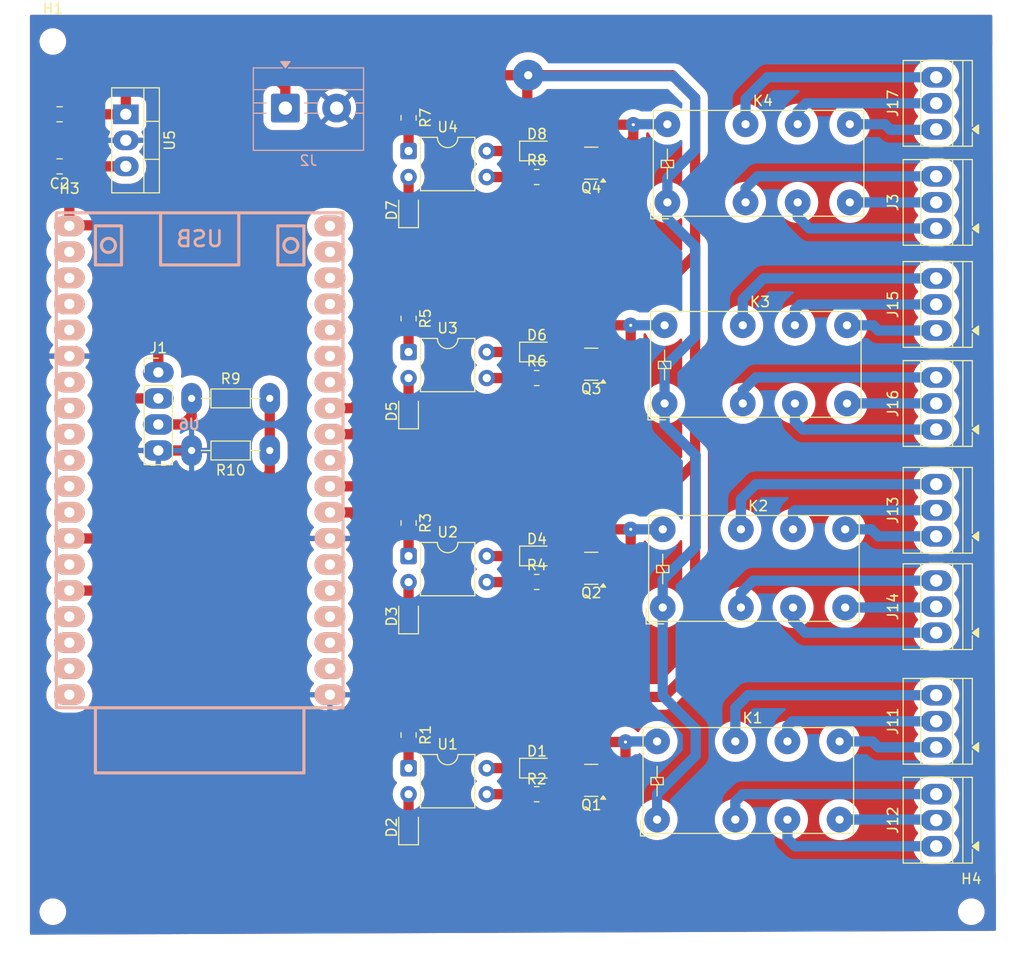
<source format=kicad_pcb>
(kicad_pcb (version 20241229) (generator "pcbnew") (generator_version "9.0")
  (layers (0 "F.Cu" signal) (2 "B.Cu" signal) (13 "F.Paste" user) (15 "B.Paste" user) (5 "F.SilkS" user "F.Silkscreen") (7 "B.SilkS" user "B.Silkscreen") (1 "F.Mask" user) (3 "B.Mask" user) (25 "Edge.Cuts" user))
  (net 0 "")
  (net 1 "Net-(D1-A)")
  (net 2 "Net-(D2-A)")
  (net 3 "GND")
  (net 4 "Net-(D3-A)")
  (net 5 "Net-(D4-A)")
  (net 6 "Net-(D5-A)")
  (net 7 "Net-(D6-A)")
  (net 8 "Net-(D7-A)")
  (net 9 "Net-(D8-A)")
  (net 10 "Net-(Q1-B)")
  (net 11 "Net-(Q2-B)")
  (net 12 "Net-(Q3-B)")
  (net 13 "Net-(Q4-B)")
  (net 14 "Net-(R1-Pad2)")
  (net 15 "Net-(R2-Pad1)")
  (net 16 "Net-(R3-Pad2)")
  (net 17 "Net-(R4-Pad1)")
  (net 18 "Net-(R5-Pad2)")
  (net 19 "Net-(R6-Pad1)")
  (net 20 "Net-(R7-Pad2)")
  (net 21 "Net-(R8-Pad1)")
  (net 22 "+5V")
  (net 23 "+12V")
  (net 24 "NC-1-11")
  (net 25 "NO-2-12")
  (net 26 "NC-2-13")
  (net 27 "CO-2-13")
  (net 28 "NO-2-13")
  (net 29 "NC-1-14")
  (net 30 "NO-1-14")
  (net 31 "CO-1-14")
  (net 32 "NC-2-15")
  (net 33 "CO-2-15")
  (net 34 "NO-2-15")
  (net 35 "NC-1-16")
  (net 36 "NO-1-16")
  (net 37 "CO-1-16")
  (net 38 "NO-2-17")
  (net 39 "NC-2-17")
  (net 40 "CO-2-17")
  (net 41 "NO-1-18")
  (net 42 "CO-1-18")
  (net 43 "NC-1-18")
  (net 44 "NC-2-12")
  (net 45 "CO-2-12")
  (net 46 "DATO K1")
  (net 47 "DATO K2")
  (net 48 "DATO K3")
  (net 49 "DATO K4")
  (net 77 "NO-1-11")
  (net 78 "CO-1-11")
  (net 79 "trig")
  (net 80 "echo")
  (net 81 "D echo")
  (footprint "TerminalBlock:TerminalBlock_Xinya_XY308-2.54-3P_1x03_P2.54mm_Horizontal" (layer "F.Cu") (at 119.18125 165.613 90)
    (property "Reference" "J11")
    (property "Value" "Screw_Terminal_01x03")
  )
  (footprint "Relay_THT:Relay_DPDT_Finder_30.22" (layer "F.Cu") (at 92.5285 151.9775)
    (property "Reference" "K2")
    (property "Value" "HK19F-DCxxV-SHC")
  )
  (footprint "TerminalBlock:TerminalBlock_Xinya_XY308-2.54-3P_1x03_P2.54mm_Horizontal" (layer "F.Cu") (at 119.18125 145.039 90)
    (property "Reference" "J13")
    (property "Value" "Screw_Terminal_01x03")
  )
  (footprint "TerminalBlock:TerminalBlock_Xinya_XY308-2.54-3P_1x03_P2.54mm_Horizontal" (layer "F.Cu") (at 119.18125 154.437 90)
    (property "Reference" "J14")
    (property "Value" "Screw_Terminal_01x03")
  )
  (footprint "MacroLib:TO-220-3_Vertical" (layer "F.Cu") (at 40.203 106.596 -90)
    (property "Reference" "U5")
    (property "Value" "L7805")
  )
  (footprint "Diode_SMD:D_0805_2012Metric" (layer "F.Cu") (at 80.2675 107.465)
    (property "Reference" "D8")
    (property "Value" "D")
  )
  (footprint "Package_DIP:DIP-4_W7.62mm" (layer "F.Cu") (at 67.75875 146.965)
    (property "Reference" "U2")
    (property "Value" "EL817")
  )
  (footprint "Package_TO_SOT_SMD:SOT-23" (layer "F.Cu") (at 85.56125 148.1525 180)
    (property "Reference" "Q2")
    (property "Value" "BF457")
  )
  (footprint "TerminalBlock:TerminalBlock_Xinya_XY308-2.54-3P_1x03_P2.54mm_Horizontal" (layer "F.Cu") (at 119.18125 115.0175 90)
    (property "Reference" "J3")
    (property "Value" "Screw_Terminal_01x03")
  )
  (footprint "Relay_THT:Relay_DPDT_Finder_30.22" (layer "F.Cu") (at 92.98125 112.4775)
    (property "Reference" "K4")
    (property "Value" "HK19F-DCxxV-SHC")
  )
  (footprint "TerminalBlock:TerminalBlock_Xinya_XY308-2.54-3P_1x03_P2.54mm_Horizontal" (layer "F.Cu") (at 119.18125 124.968 90)
    (property "Reference" "J15")
    (property "Value" "Screw_Terminal_01x03")
  )
  (footprint "TerminalBlock:TerminalBlock_Xinya_XY308-2.54-3P_1x03_P2.54mm_Horizontal" (layer "F.Cu") (at 119.18125 134.625 90)
    (property "Reference" "J16")
    (property "Value" "Screw_Terminal_01x03")
  )
  (footprint "TerminalBlock:TerminalBlock_Xinya_XY308-2.54-3P_1x03_P2.54mm_Horizontal" (layer "F.Cu") (at 119.18125 175.26 90)
    (property "Reference" "J12")
    (property "Value" "Screw_Terminal_01x03")
  )
  (footprint "Capacitor_SMD:C_0805_2012Metric" (layer "F.Cu") (at 33.75 108.966 180)
    (property "Reference" "C2")
    (property "Value" "0.1")
  )
  (footprint "LED_SMD:LED_0805_2012Metric" (layer "F.Cu") (at 67.75875 113.2575 90)
    (property "Reference" "D7")
    (property "Value" "LED")
  )
  (footprint "LED_SMD:LED_0805_2012Metric" (layer "F.Cu") (at 67.75875 152.8575 90)
    (property "Reference" "D3")
    (property "Value" "LED")
  )
  (footprint "Resistor_SMD:R_0805_2012Metric" (layer "F.Cu") (at 80.2475 110.005)
    (property "Reference" "R8")
    (property "Value" "510")
  )
  (footprint "MountingHole:MountingHole_2.1mm" (layer "F.Cu") (at 122.6 181.64)
    (property "Reference" "H4")
    (property "Value" "MountingHole")
  )
  (footprint "Diode_SMD:D_0805_2012Metric" (layer "F.Cu") (at 80.2675 127.0675)
    (property "Reference" "D6")
    (property "Value" "D")
  )
  (footprint "Resistor_SMD:R_0805_2012Metric" (layer "F.Cu") (at 80.2475 149.49)
    (property "Reference" "R4")
    (property "Value" "510")
  )
  (footprint "Package_TO_SOT_SMD:SOT-23" (layer "F.Cu") (at 85.56125 108.6525 180)
    (property "Reference" "Q4")
    (property "Value" "BF457")
  )
  (footprint "Package_DIP:DIP-4_W7.62mm" (layer "F.Cu") (at 67.75875 127.0675)
    (property "Reference" "U3")
    (property "Value" "EL817")
  )
  (footprint "LED_SMD:LED_0805_2012Metric" (layer "F.Cu") (at 67.75875 173.43 90)
    (property "Reference" "D2")
    (property "Value" "LED")
  )
  (footprint "Resistor_SMD:R_0805_2012Metric" (layer "F.Cu") (at 67.75875 123.8 -90)
    (property "Reference" "R5")
    (property "Value" "100")
  )
  (footprint "Resistor_THT:R_Axial_DIN0204_L3.6mm_D1.6mm_P7.62mm_Horizontal" (layer "F.Cu") (at 54.232 136.67 180)
    (property "Reference" "R10")
    (property "Value" "2k")
  )
  (footprint "Relay_THT:Relay_DPDT_Finder_30.22" (layer "F.Cu") (at 92.71 132.08)
    (property "Reference" "K3")
    (property "Value" "HK19F-DCxxV-SHC")
  )
  (footprint "TerminalBlock:TerminalBlock_Xinya_XY308-2.54-3P_1x03_P2.54mm_Horizontal" (layer "F.Cu") (at 119.18125 105.3575 90)
    (property "Reference" "J17")
    (property "Value" "Screw_Terminal_01x03" (hide yes))
  )
  (footprint "Resistor_SMD:R_0805_2012Metric" (layer "F.Cu") (at 67.75875 104.2325 -90)
    (property "Reference" "R7")
    (property "Value" "100")
  )
  (footprint "Resistor_SMD:R_0805_2012Metric" (layer "F.Cu") (at 67.75875 143.74 -90)
    (property "Reference" "R3")
    (property "Value" "100")
  )
  (footprint "LED_SMD:LED_0805_2012Metric" (layer "F.Cu") (at 67.75875 132.87 90)
    (property "Reference" "D5")
    (property "Value" "LED")
  )
  (footprint "Capacitor_SMD:C_0805_2012Metric" (layer "F.Cu") (at 33.75 103.886 180)
    (property "Reference" "C1" (hide yes))
    (property "Value" "0.33")
  )
  (footprint "Package_TO_SOT_SMD:SOT-23" (layer "F.Cu") (at 85.56125 128.255 180)
    (property "Reference" "Q3")
    (property "Value" "BF457")
  )
  (footprint "Resistor_SMD:R_0805_2012Metric" (layer "F.Cu") (at 80.2475 129.6075)
    (property "Reference" "R6")
    (property "Value" "510")
  )
  (footprint "Diode_SMD:D_0805_2012Metric" (layer "F.Cu") (at 80.2675 146.95)
    (property "Reference" "D4")
    (property "Value" "D")
  )
  (footprint "Resistor_SMD:R_0805_2012Metric" (layer "F.Cu") (at 80.2475 170.185)
    (property "Reference" "R2")
    (property "Value" "510")
  )
  (footprint "Connector_PinHeader_2.54mm:PinHeader_1x04_P2.54mm_Vertical" (layer "F.Cu") (at 43.37 129.05)
    (property "Reference" "J1")
    (property "Value" "Conn_01x04_Pin")
  )
  (footprint "Resistor_THT:R_Axial_DIN0204_L3.6mm_D1.6mm_P7.62mm_Horizontal" (layer "F.Cu") (at 46.612 131.59)
    (property "Reference" "R9")
    (property "Value" "1k")
  )
  (footprint "Relay_THT:Relay_DPDT_Finder_30.22" (layer "F.Cu") (at 91.98125 172.6575)
    (property "Reference" "K1")
    (property "Value" "HK19F-DCxxV-SHC")
  )
  (footprint "Diode_SMD:D_0805_2012Metric" (layer "F.Cu") (at 80.2675 167.645)
    (property "Reference" "D1")
    (property "Value" "D")
  )
  (footprint "MountingHole:MountingHole_2.1mm" (layer "F.Cu") (at 33.09 96.79)
    (property "Reference" "H1")
    (property "Value" "MountingHole")
  )
  (footprint "Package_DIP:DIP-4_W7.62mm" (layer "F.Cu") (at 67.75875 107.465)
    (property "Reference" "U4")
    (property "Value" "EL817" (hide yes))
  )
  (footprint "MountingHole:MountingHole_2.1mm" (layer "F.Cu") (at 33.09 181.64)
    (property "Reference" "H3")
    (property "Value" "MountingHole")
  )
  (footprint "Package_TO_SOT_SMD:SOT-23" (layer "F.Cu") (at 85.56125 168.8325 180)
    (property "Reference" "Q1")
    (property "Value" "BF457")
  )
  (footprint "Package_DIP:DIP-4_W7.62mm" (layer "F.Cu") (at 67.75875 167.645)
    (property "Reference" "U1")
    (property "Value" "EL817")
  )
  (footprint "Resistor_SMD:R_0805_2012Metric" (layer "F.Cu") (at 67.75875 164.41 -90)
    (property "Reference" "R1")
    (property "Value" "100")
  )
  (footprint "EESTN5:ESP32_DEVKITC" (layer "B.Cu") (at 47.4 137.625 90)
    (property "Reference" "U6")
    (property "Value" "ESP32_DEVKITC" (hide yes))
  )
  (footprint "TerminalBlock:TerminalBlock_MaiXu_MX126-5.0-02P_1x02_P5.00mm" (layer "B.Cu") (at 55.75 103.2825)
    (property "Reference" "J2")
    (property "Value" "Screw_Terminal_01x02")
  )
  (gr_text "+" (at 54.5 97 0) (layer "F.Cu") (effects (font (size 1.5 1.5) (thickness 0.3) (bold yes)) (justify left bottom)))
  (gr_text "no,nc,co" (at 124.5 127 90) (layer "F.Cu") (effects (font (size 1.5 1.5) (thickness 0.3) (bold yes)) (justify left bottom)))
  (gr_text "no,nc,co" (at 124.5 168 90) (layer "F.Cu") (effects (font (size 1.5 1.5) (thickness 0.3) (bold yes)) (justify left bottom)))
  (gr_text "Molina Lautaro 6*5*" (at 40 182 0) (layer "F.Cu") (effects (font (size 1.5 1.5) (thickness 0.3) (bold yes)) (justify left bottom)))
  (gr_text "-\n" (at 60 97 0) (layer "F.Cu") (effects (font (size 1.5 1.5) (thickness 0.3) (bold yes)) (justify left bottom)))
  (gr_text "no,nc,co" (at 124.5 107.5 90) (layer "F.Cu") (effects (font (size 1.5 1.5) (thickness 0.3) (bold yes)) (justify left bottom)))
  (gr_text "nc,no,co" (at 124.5 137 90) (layer "F.Cu") (effects (font (size 1.5 1.5) (thickness 0.3) (bold yes)) (justify left bottom)))
  (gr_text "nc,no,co" (at 124.5 117.5 90) (layer "F.Cu") (effects (font (size 1.5 1.5) (thickness 0.3) (bold yes)) (justify left bottom)))
  (gr_text "no,nc,co" (at 124.5 147.5 90) (layer "F.Cu") (effects (font (size 1.5 1.5) (thickness 0.3) (bold yes)) (justify left bottom)))
  (gr_text "nc,no,co" (at 124.5 177.5 90) (layer "F.Cu") (effects (font (size 1.5 1.5) (thickness 0.3) (bold yes)) (justify left bottom)))
  (gr_text "nc,no,co" (at 124.5 157.5 90) (layer "F.Cu") (effects (font (size 1.5 1.5) (thickness 0.3) (bold yes)) (justify left bottom)))
  (segment (start 81.205 166.385) (end 81.205 167.645) (width 1) (layer "F.Cu") (net 1))
  (segment (start 82.495 165.095) (end 81.205 166.385) (width 1) (layer "F.Cu") (net 1))
  (segment (start 91.92375 165.095) (end 91.98125 165.0375) (width 0.2) (layer "F.Cu") (net 1))
  (segment (start 86.18125 165.095) (end 88.9 165.095) (width 1) (layer "F.Cu") (net 1))
  (segment (start 88.9 165.095) (end 88.9 167.31) (width 1) (layer "F.Cu") (net 1))
  (segment (start 88.9 167.31) (end 88.3275 167.8825) (width 1) (layer "F.Cu") (net 1))
  (segment (start 86.18125 165.095) (end 82.495 165.095) (width 1) (layer "F.Cu") (net 1))
  (segment (start 88.3275 167.8825) (end 86.49875 167.8825) (width 1) (layer "F.Cu") (net 1))
  (segment (start 86.11875 165.1575) (end 86.18125 165.095) (width 0.2) (layer "F.Cu") (net 1))
  (via (at 88.9 165.095) (size 1.5) (drill 0.3) (layers "F.Cu" "B.Cu") (net 1))
  (segment (start 91.98125 165.0375) (end 88.9575 165.0375) (width 1) (layer "B.Cu") (net 1))
  (segment (start 88.9575 165.0375) (end 88.9 165.095) (width 0.2) (layer "B.Cu") (net 1))
  (segment (start 67.75875 172.4925) (end 67.75875 170.185) (width 1) (layer "F.Cu") (net 2))
  (segment (start 43.37 136.67) (end 46.612 136.67) (width 1) (layer "F.Cu") (net 3))
  (segment (start 67.75875 149.505) (end 67.75875 151.92) (width 1) (layer "F.Cu") (net 4))
  (segment (start 88.4975 147.2025) (end 89.408 146.292) (width 1) (layer "F.Cu") (net 5))
  (segment (start 86.49875 147.2025) (end 88.4975 147.2025) (width 1) (layer "F.Cu") (net 5))
  (segment (start 82.2625 144.3575) (end 89.408 144.3575) (width 1) (layer "F.Cu") (net 5))
  (segment (start 89.408 146.292) (end 89.408 144.3575) (width 1) (layer "F.Cu") (net 5))
  (segment (start 81.205 145.415) (end 82.2625 144.3575) (width 1) (layer "F.Cu") (net 5))
  (segment (start 81.205 146.95) (end 81.205 145.415) (width 1) (layer "F.Cu") (net 5))
  (via (at 89.408 144.3575) (size 1.5) (drill 0.3) (layers "F.Cu" "B.Cu") (net 5))
  (segment (start 92.5285 144.3575) (end 89.408 144.3575) (width 1) (layer "B.Cu") (net 5))
  (segment (start 67.75875 131.9325) (end 67.75875 129.6075) (width 1) (layer "F.Cu") (net 6))
  (segment (start 89.423 124.475) (end 89.408 124.46) (width 1) (layer "F.Cu") (net 7))
  (segment (start 89.408 124.46) (end 89.408 126.202) (width 1) (layer "F.Cu") (net 7))
  (segment (start 88.305 127.305) (end 86.49875 127.305) (width 1) (layer "F.Cu") (net 7))
  (segment (start 81.205 125.635) (end 81.205 127.0675) (width 1) (layer "F.Cu") (net 7))
  (segment (start 89.408 124.46) (end 82.38 124.46) (width 1) (layer "F.Cu") (net 7))
  (segment (start 82.38 124.46) (end 81.205 125.635) (width 1) (layer "F.Cu") (net 7))
  (segment (start 89.408 126.202) (end 88.305 127.305) (width 1) (layer "F.Cu") (net 7))
  (via (at 89.408 124.46) (size 1.5) (drill 0.3) (layers "F.Cu" "B.Cu") (net 7))
  (segment (start 92.71 124.46) (end 89.408 124.46) (width 1) (layer "B.Cu") (net 7))
  (segment (start 67.75875 112.32) (end 67.75875 110.005) (width 1) (layer "F.Cu") (net 8))
  (segment (start 67.818 110.0775) (end 67.823 110.0825) (width 0.2) (layer "F.Cu") (net 8))
  (segment (start 89.662 104.902) (end 89.662 106.298) (width 1) (layer "F.Cu") (net 9))
  (segment (start 88.2575 107.7025) (end 86.49875 107.7025) (width 1) (layer "F.Cu") (net 9))
  (segment (start 89.662 106.298) (end 88.2575 107.7025) (width 1) (layer "F.Cu") (net 9))
  (segment (start 89.5835 104.8235) (end 89.662 104.902) (width 1) (layer "F.Cu") (net 9))
  (segment (start 81.205 107.465) (end 81.205 106.295) (width 1) (layer "F.Cu") (net 9))
  (segment (start 82.598 104.902) (end 89.662 104.902) (width 1) (layer "F.Cu") (net 9))
  (segment (start 89.7065 104.8575) (end 89.662 104.902) (width 0.2) (layer "F.Cu") (net 9))
  (segment (start 81.205 106.295) (end 82.598 104.902) (width 1) (layer "F.Cu") (net 9))
  (via (at 89.662 104.902) (size 1.5) (drill 0.3) (layers "F.Cu" "B.Cu") (net 9))
  (segment (start 92.98125 104.8575) (end 89.7065 104.8575) (width 1) (layer "B.Cu") (net 9))
  (segment (start 89.7065 104.8575) (end 89.662 104.902) (width 0.2) (layer "B.Cu") (net 9))
  (segment (start 84.62375 168.8325) (end 83.7475 168.8325) (width 1) (layer "F.Cu") (net 10))
  (segment (start 82.395 170.185) (end 81.16 170.185) (width 1) (layer "F.Cu") (net 10))
  (segment (start 83.7475 168.8325) (end 82.395 170.185) (width 1) (layer "F.Cu") (net 10))
  (segment (start 81.16 149.49) (end 82.14 149.49) (width 1) (layer "F.Cu") (net 11))
  (segment (start 82.14 149.49) (end 83.4775 148.1525) (width 1) (layer "F.Cu") (net 11))
  (segment (start 83.4775 148.1525) (end 84.62375 148.1525) (width 1) (layer "F.Cu") (net 11))
  (segment (start 84.62375 128.255) (end 83.535 128.255) (width 1) (layer "F.Cu") (net 12))
  (segment (start 82.1825 129.6075) (end 81.16 129.6075) (width 1) (layer "F.Cu") (net 12))
  (segment (start 83.535 128.255) (end 82.1825 129.6075) (width 1) (layer "F.Cu") (net 12))
  (segment (start 82.125 110.005) (end 83.4775 108.6525) (width 1) (layer "F.Cu") (net 13))
  (segment (start 83.4775 108.6525) (end 84.62375 108.6525) (width 1) (layer "F.Cu") (net 13))
  (segment (start 81.16 110.005) (end 82.125 110.005) (width 1) (layer "F.Cu") (net 13))
  (segment (start 67.75875 167.645) (end 67.75875 165.3225) (width 1) (layer "F.Cu") (net 14))
  (segment (start 75.37875 170.185) (end 79.335 170.185) (width 1) (layer "F.Cu") (net 15))
  (segment (start 67.75875 146.965) (end 67.75875 144.6525) (width 1) (layer "F.Cu") (net 16))
  (segment (start 75.81375 149.505) (end 79.32 149.505) (width 1) (layer "F.Cu") (net 17))
  (segment (start 79.32 149.505) (end 79.335 149.49) (width 1) (layer "F.Cu") (net 17))
  (segment (start 67.75875 127.0675) (end 67.75875 124.7125) (width 1) (layer "F.Cu") (net 18))
  (segment (start 75.06375 129.505) (end 75.37875 129.82) (width 0.2) (layer "F.Cu") (net 19))
  (segment (start 75.37875 129.6075) (end 79.335 129.6075) (width 1) (layer "F.Cu") (net 19))
  (segment (start 67.75875 107.465) (end 67.75875 105.145) (width 1) (layer "F.Cu") (net 20))
  (segment (start 75.37875 110.005) (end 79.335 110.005) (width 1) (layer "F.Cu") (net 21))
  (segment (start 75.443 110.0825) (end 75.438 110.0775) (width 1) (layer "F.Cu") (net 21))
  (segment (start 43.37 117.95) (end 43.37 129.05) (width 1) (layer "F.Cu") (net 22))
  (segment (start 34.7 114.765) (end 34.7 108.966) (width 1) (layer "F.Cu") (net 22))
  (segment (start 34.754 114.711) (end 34.7 114.765) (width 0.2) (layer "F.Cu") (net 22))
  (segment (start 40.131 114.711) (end 43.37 117.95) (width 1) (layer "F.Cu") (net 22))
  (segment (start 34.754 114.711) (end 40.131 114.711) (width 1) (layer "F.Cu") (net 22))
  (segment (start 34.7 108.966) (end 40.203 108.966) (width 1) (layer "F.Cu") (net 22))
  (segment (start 53.5 100.076) (end 54.576 100.076) (width 1) (layer "F.Cu") (net 23))
  (segment (start 92.65125 160.7) (end 95.68125 157.67) (width 1) (layer "F.Cu") (net 23))
  (segment (start 40.203 100.297) (end 40.203 103.886) (width 1) (layer "F.Cu") (net 23))
  (segment (start 95.68125 117.61875) (end 95.68125 116.76) (width 1) (layer "F.Cu") (net 23))
  (segment (start 79.33 100.166) (end 79.42 100.076) (width 1) (layer "F.Cu") (net 23))
  (segment (start 84.0625 139.7) (end 93.83875 139.7) (width 1) (layer "F.Cu") (net 23))
  (segment (start 79.33 165.8) (end 79.33 167.645) (width 1) (layer "F.Cu") (net 23))
  (segment (start 83.95 119.39) (end 93.91 119.39) (width 1) (layer "F.Cu") (net 23))
  (segment (start 79.33 127.0675) (end 79.33 124.01) (width 1) (layer "F.Cu") (net 23))
  (segment (start 75.81375 146.965) (end 79.315 146.965) (width 1) (layer "F.Cu") (net 23))
  (segment (start 40.424 100.076) (end 52 100.076) (width 1) (layer "F.Cu") (net 23))
  (segment (start 84.43 160.7) (end 92.65125 160.7) (width 1) (layer "F.Cu") (net 23))
  (segment (start 93.91 119.39) (end 95.68125 117.61875) (width 1) (layer "F.Cu") (net 23))
  (segment (start 95.68125 102.28525) (end 93.472 100.076) (width 1) (layer "F.Cu") (net 23))
  (segment (start 52 100.076) (end 53.5 100.076) (width 1) (layer "F.Cu") (net 23))
  (segment (start 54.576 100.076) (end 55.75 101.25) (width 1) (layer "F.Cu") (net 23))
  (segment (start 93.472 100.076) (end 79.42 100.076) (width 1) (layer "F.Cu") (net 23))
  (segment (start 52 100.076) (end 52.576 100.076) (width 0.2) (layer "F.Cu") (net 23))
  (segment (start 40.424 100.076) (end 40.203 100.297) (width 1) (layer "F.Cu") (net 23))
  (segment (start 34.7 103.886) (end 40.203 103.886) (width 1) (layer "F.Cu") (net 23))
  (segment (start 95.68125 116.76) (end 95.68125 102.28525) (width 1) (layer "F.Cu") (net 23))
  (segment (start 79.33 107.465) (end 79.33 100.166) (width 1) (layer "F.Cu") (net 23))
  (segment (start 84.43 160.7) (end 79.33 165.8) (width 1) (layer "F.Cu") (net 23))
  (segment (start 93.83875 139.7) (end 95.68125 137.8575) (width 1) (layer "F.Cu") (net 23))
  (segment (start 79.315 146.965) (end 79.33 146.95) (width 1) (layer "F.Cu") (net 23))
  (segment (start 55.75 101.25) (end 55.75 103.2825) (width 1) (layer "F.Cu") (net 23))
  (segment (start 95.68125 137.8575) (end 95.68125 116.76) (width 1) (layer "F.Cu") (net 23))
  (segment (start 79.33 146.95) (end 79.33 144.4325) (width 1) (layer "F.Cu") (net 23))
  (segment (start 95.68125 137.8575) (end 95.68125 157.67) (width 1) (layer "F.Cu") (net 23))
  (segment (start 79.33 144.4325) (end 84.0625 139.7) (width 1) (layer "F.Cu") (net 23))
  (segment (start 79.33 167.645) (end 75.37875 167.645) (width 1) (layer "F.Cu") (net 23))
  (segment (start 53.5 100.076) (end 79.42 100.076) (width 1) (layer "F.Cu") (net 23))
  (segment (start 79.33 127.0675) (end 75.37875 127.0675) (width 1) (layer "F.Cu") (net 23))
  (segment (start 75.37875 107.465) (end 79.33 107.465) (width 1) (layer "F.Cu") (net 23))
  (segment (start 79.33 124.01) (end 83.95 119.39) (width 1) (layer "F.Cu") (net 23))
  (via (at 79.42 100.076) (size 3) (drill 0.8) (layers "F.Cu" "B.Cu") (net 23))
  (segment (start 92.5285 149.2795) (end 92.5285 151.9775) (width 1) (layer "B.Cu") (net 23))
  (segment (start 95.69 107.383) (end 92.98125 110.09175) (width 1) (layer "B.Cu") (net 23))
  (segment (start 92.5285 151.9775) (end 92.5285 160.6005) (width 1) (layer "B.Cu") (net 23))
  (segment (start 79.42 100.076) (end 79.514 100.17) (width 1) (layer "B.Cu") (net 23))
  (segment (start 92.71 128.524) (end 92.71 132.08) (width 1) (layer "B.Cu") (net 23))
  (segment (start 95.69 125.544) (end 92.71 128.524) (width 1) (layer "B.Cu") (net 23))
  (segment (start 92.98125 110.09175) (end 92.98125 112.4775) (width 1) (layer "B.Cu") (net 23))
  (segment (start 92.71 134.112) (end 95.74 137.142) (width 1) (layer "B.Cu") (net 23))
  (segment (start 92.964 114.046) (end 95.69 116.772) (width 1) (layer "B.Cu") (net 23))
  (segment (start 92.98125 112.4775) (end 92.964 112.49475) (width 1) (layer "B.Cu") (net 23))
  (segment (start 95.69 116.772) (end 95.69 125.544) (width 1) (layer "B.Cu") (net 23))
  (segment (start 95.69 102.294) (end 95.69 107.383) (width 1) (layer "B.Cu") (net 23))
  (segment (start 95.74 166.42125) (end 91.98125 170.18) (width 1) (layer "B.Cu") (net 23))
  (segment (start 95.74 137.142) (end 95.74 146.068) (width 1) (layer "B.Cu") (net 23))
  (segment (start 92.964 112.49475) (end 92.964 114.046) (width 1) (layer "B.Cu") (net 23))
  (segment (start 95.74 146.068) (end 92.5285 149.2795) (width 1) (layer "B.Cu") (net 23))
  (segment (start 92.5285 160.6005) (end 95.74 163.812) (width 1) (layer "B.Cu") (net 23))
  (segment (start 79.514 100.17) (end 93.566 100.17) (width 1) (layer "B.Cu") (net 23))
  (segment (start 93.566 100.17) (end 95.69 102.294) (width 1) (layer "B.Cu") (net 23))
  (segment (start 91.98125 170.18) (end 91.98125 172.6575) (width 1) (layer "B.Cu") (net 23))
  (segment (start 95.74 163.812) (end 95.74 166.42125) (width 1) (layer "B.Cu") (net 23))
  (segment (start 92.71 132.08) (end 92.71 134.112) (width 1) (layer "B.Cu") (net 23))
  (segment (start 104.68125 174.53125) (end 105.41 175.26) (width 1) (layer "B.Cu") (net 24))
  (segment (start 104.68125 172.6575) (end 104.68125 174.53125) (width 1) (layer "B.Cu") (net 24))
  (segment (start 105.41 175.26) (end 119.126 175.26) (width 1) (layer "B.Cu") (net 24))
  (segment (start 113.543 165.613) (end 119.0975 165.613) (width 1) (layer "B.Cu") (net 25))
  (segment (start 112.9675 165.0375) (end 113.543 165.613) (width 1) (layer "B.Cu") (net 25))
  (segment (start 109.76125 165.0375) (end 112.9675 165.0375) (width 1) (layer "B.Cu") (net 25))
  (segment (start 105.2285 142.6755) (end 105.41 142.494) (width 1) (layer "B.Cu") (net 26))
  (segment (start 105.41 142.494) (end 105.415 142.499) (width 0.2) (layer "B.Cu") (net 26))
  (segment (start 105.2285 144.3575) (end 105.2285 142.6755) (width 1) (layer "B.Cu") (net 26))
  (segment (start 105.415 142.499) (end 119.0975 142.499) (width 1) (layer "B.Cu") (net 26))
  (segment (start 100.1485 144.3575) (end 100.1485 141.4055) (width 1) (layer "B.Cu") (net 27))
  (segment (start 101.595 139.959) (end 119.0975 139.959) (width 1) (layer "B.Cu") (net 27))
  (segment (start 100.1485 141.4055) (end 101.595 139.959) (width 1) (layer "B.Cu") (net 27))
  (segment (start 110.3085 144.3575) (end 112.8615 144.3575) (width 1) (layer "B.Cu") (net 28))
  (segment (start 113.543 145.039) (end 119.0975 145.039) (width 1) (layer "B.Cu") (net 28))
  (segment (start 112.8615 144.3575) (end 113.543 145.039) (width 1) (layer "B.Cu") (net 28))
  (segment (start 106.431 154.437) (end 119.0975 154.437) (width 1) (layer "B.Cu") (net 29))
  (segment (start 105.2285 153.2345) (end 106.431 154.437) (width 1) (layer "B.Cu") (net 29))
  (segment (start 105.2285 151.9775) (end 105.2285 153.2345) (width 1) (layer "B.Cu") (net 29))
  (segment (start 119.017 151.9775) (end 119.0975 151.897) (width 0.2) (layer "B.Cu") (net 30))
  (segment (start 110.3085 151.9775) (end 119.017 151.9775) (width 1) (layer "B.Cu") (net 30))
  (segment (start 100.1485 151.9775) (end 100.1485 150.5495) (width 1) (layer "B.Cu") (net 31))
  (segment (start 101.341 149.357) (end 119.0975 149.357) (width 1) (layer "B.Cu") (net 31))
  (segment (start 100.1485 150.5495) (end 101.341 149.357) (width 1) (layer "B.Cu") (net 31))
  (segment (start 105.918 122.428) (end 119.0975 122.428) (width 1) (layer "B.Cu") (net 32))
  (segment (start 105.41 122.936) (end 105.918 122.428) (width 1) (layer "B.Cu") (net 32))
  (segment (start 105.41 124.46) (end 105.41 122.936) (width 1) (layer "B.Cu") (net 32))
  (segment (start 100.33 121.92) (end 102.362 119.888) (width 1) (layer "B.Cu") (net 33))
  (segment (start 100.33 124.46) (end 100.33 121.92) (width 1) (layer "B.Cu") (net 33))
  (segment (start 102.362 119.888) (end 119.0975 119.888) (width 1) (layer "B.Cu") (net 33))
  (segment (start 110.49 124.46) (end 113.03 124.46) (width 1) (layer "B.Cu") (net 34))
  (segment (start 113.538 124.968) (end 119.0975 124.968) (width 1) (layer "B.Cu") (net 34))
  (segment (start 113.03 124.46) (end 113.538 124.968) (width 1) (layer "B.Cu") (net 34))
  (segment (start 105.41 133.858) (end 106.177 134.625) (width 1) (layer "B.Cu") (net 35))
  (segment (start 105.41 132.08) (end 105.41 133.858) (width 1) (layer "B.Cu") (net 35))
  (segment (start 106.177 134.625) (end 119.126 134.625) (width 1) (layer "B.Cu") (net 35))
  (segment (start 119.121 132.08) (end 119.126 132.085) (width 0.2) (layer "B.Cu") (net 36))
  (segment (start 110.49 132.08) (end 119.121 132.08) (width 1) (layer "B.Cu") (net 36))
  (segment (start 101.595 129.545) (end 119.126 129.545) (width 1) (layer "B.Cu") (net 37))
  (segment (start 100.33 132.08) (end 100.33 130.81) (width 1) (layer "B.Cu") (net 37))
  (segment (start 100.33 130.81) (end 101.595 129.545) (width 1) (layer "B.Cu") (net 37))
  (segment (start 118.89875 105.4025) (end 114.72625 105.4025) (width 1) (layer "B.Cu") (net 38))
  (segment (start 114.72625 105.4025) (end 114.18125 104.8575) (width 1) (layer "B.Cu") (net 38))
  (segment (start 114.18125 104.8575) (end 110.76125 104.8575) (width 1) (layer "B.Cu") (net 38))
  (segment (start 119.18125 102.8175) (end 106.4825 102.8175) (width 1) (layer "B.Cu") (net 39))
  (segment (start 105.68125 103.61875) (end 105.68125 104.8575) (width 1) (layer "B.Cu") (net 39))
  (segment (start 106.4825 102.8175) (end 105.68125 103.61875) (width 1) (layer "B.Cu") (net 39))
  (segment (start 102.7225 100.2775) (end 119.18125 100.2775) (width 1) (layer "B.Cu") (net 40))
  (segment (start 100.60125 104.8575) (end 100.60125 102.39875) (width 1) (layer "B.Cu") (net 40))
  (segment (start 100.60125 102.39875) (end 102.7225 100.2775) (width 1) (layer "B.Cu") (net 40))
  (segment (start 110.76125 112.4775) (end 119.5 112.4775) (width 1) (layer "B.Cu") (net 41))
  (segment (start 100.60125 112.4775) (end 100.60125 111.09875) (width 1) (layer "B.Cu") (net 42))
  (segment (start 100.60125 111.09875) (end 101.7625 109.9375) (width 1) (layer "B.Cu") (net 42))
  (segment (start 101.7625 109.9375) (end 119.5 109.9375) (width 1) (layer "B.Cu") (net 42))
  (segment (start 105.68125 113.88125) (end 105.68125 112.4775) (width 1) (layer "B.Cu") (net 43))
  (segment (start 106.8175 115.0175) (end 119.5 115.0175) (width 1) (layer "B.Cu") (net 43))
  (segment (start 106.8175 115.0175) (end 105.68125 113.88125) (width 1) (layer "B.Cu") (net 43))
  (segment (start 104.68125 163.54275) (end 105.156 163.068) (width 1) (layer "B.Cu") (net 44))
  (segment (start 105.156 163.068) (end 105.161 163.073) (width 0.2) (layer "B.Cu") (net 44))
  (segment (start 104.68125 165.0375) (end 104.68125 163.54275) (width 1) (layer "B.Cu") (net 44))
  (segment (start 105.161 163.073) (end 119.0975 163.073) (width 1) (layer "B.Cu") (net 44))
  (segment (start 100.843 160.533) (end 119.0975 160.533) (width 1) (layer "B.Cu") (net 45))
  (segment (start 99.60125 165.0375) (end 99.60125 161.76475) (width 1) (layer "B.Cu") (net 45))
  (segment (start 99.60125 161.76475) (end 100.838 160.528) (width 1) (layer "B.Cu") (net 45))
  (segment (start 100.838 160.528) (end 100.843 160.533) (width 0.2) (layer "B.Cu") (net 45))
  (segment (start 63.9075 157.5175) (end 67.75875 161.36875) (width 1) (layer "F.Cu") (net 46))
  (segment (start 62.187 142.705) (end 63.9075 144.4255) (width 1) (layer "F.Cu") (net 46))
  (segment (start 67.75875 161.36875) (end 67.75875 163.4975) (width 1) (layer "F.Cu") (net 46))
  (segment (start 60.1 142.705) (end 62.187 142.705) (width 1) (layer "F.Cu") (net 46))
  (segment (start 63.9075 144.4255) (end 63.9075 157.5175) (width 1) (layer "F.Cu") (net 46))
  (segment (start 63.711 140.165) (end 60.1 140.165) (width 1) (layer "F.Cu") (net 47))
  (segment (start 63.711 140.165) (end 66.3735 142.8275) (width 1) (layer "F.Cu") (net 47))
  (segment (start 66.3735 142.8275) (end 67.75875 142.8275) (width 1) (layer "F.Cu") (net 47))
  (segment (start 62.273 135.085) (end 65.01 132.348) (width 1) (layer "F.Cu") (net 48))
  (segment (start 65.01 123.57) (end 65.6925 122.8875) (width 1) (layer "F.Cu") (net 48))
  (segment (start 65.01 132.348) (end 65.01 123.57) (width 1) (layer "F.Cu") (net 48))
  (segment (start 60.1 135.085) (end 62.273 135.085) (width 1) (layer "F.Cu") (net 48))
  (segment (start 65.6925 122.8875) (end 67.75875 122.8875) (width 1) (layer "F.Cu") (net 48))
  (segment (start 60.1 132.545) (end 62.336712 132.545) (width 1) (layer "F.Cu") (net 49))
  (segment (start 63.17 105.77) (end 65.62 103.32) (width 1) (layer "F.Cu") (net 49))
  (segment (start 62.336712 132.545) (end 63.17 131.711712) (width 1) (layer "F.Cu") (net 49))
  (segment (start 65.62 103.32) (end 67.75875 103.32) (width 1) (layer "F.Cu") (net 49))
  (segment (start 63.17 131.711712) (end 63.17 105.77) (width 1) (layer "F.Cu") (net 49))
  (segment (start 109.76125 172.6575) (end 119.0635 172.6575) (width 1) (layer "B.Cu") (net 77))
  (segment (start 119.0635 172.6575) (end 119.126 172.72) (width 0.2) (layer "B.Cu") (net 77))
  (segment (start 100.33 170.18) (end 119.126 170.18) (width 1) (layer "B.Cu") (net 78))
  (segment (start 99.60125 170.90875) (end 100.33 170.18) (width 1) (layer "B.Cu") (net 78))
  (segment (start 99.60125 172.6575) (end 99.60125 170.90875) (width 1) (layer "B.Cu") (net 78))
  (segment (start 38.35 144.26) (end 37.365 145.245) (width 1) (layer "F.Cu") (net 79))
  (segment (start 37.365 145.245) (end 34.7 145.245) (width 1) (layer "F.Cu") (net 79))
  (segment (start 43.37 131.59) (end 40.87 131.59) (width 1) (layer "F.Cu") (net 79))
  (segment (start 38.35 134.11) (end 38.35 144.26) (width 1) (layer "F.Cu") (net 79))
  (segment (start 40.87 131.59) (end 38.35 134.11) (width 1) (layer "F.Cu") (net 79))
  (segment (start 46.612 131.59) (end 46.612 133.322) (width 1) (layer "F.Cu") (net 80))
  (segment (start 45.804 134.13) (end 43.37 134.13) (width 1) (layer "F.Cu") (net 80))
  (segment (start 46.612 133.322) (end 45.804 134.13) (width 1) (layer "F.Cu") (net 80))
  (segment (start 40.58 141.55) (end 40.58 149.37) (width 1) (layer "F.Cu") (net 81))
  (segment (start 54.232 138.882) (end 53.372 139.742) (width 1) (layer "F.Cu") (net 81))
  (segment (start 54.232 131.59) (end 54.232 136.67) (width 1) (layer "F.Cu") (net 81))
  (segment (start 40.58 149.37) (end 39.625 150.325) (width 1) (layer "F.Cu") (net 81))
  (segment (start 54.232 136.67) (end 54.232 138.882) (width 1) (layer "F.Cu") (net 81))
  (segment (start 42.388 139.742) (end 40.58 141.55) (width 1) (layer "F.Cu") (net 81))
  (segment (start 53.372 139.742) (end 42.388 139.742) (width 1) (layer "F.Cu") (net 81))
  (segment (start 39.625 150.325) (end 34.7 150.325) (width 1) (layer "F.Cu") (net 81))
  (zone (net 3) (net_name "GND") (layers "F.Cu" "B.Cu") (connect_pads (clearance 0.5)) (min_thickness 0.25) (fill yes (thermal_gap 0.5) (thermal_bridge_width 0.5))
    (polygon (pts (xy 30.86 183.88) (xy 125.01 183.5) (xy 124.64 94.19) (xy 30.86 94.19)))
  )
)
</source>
